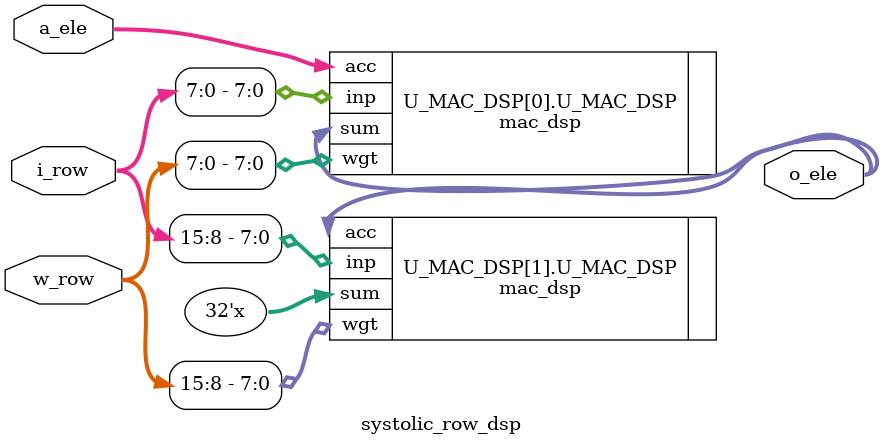
<source format=v>
module systolic_col_lut #(
  parameter INP_WIDTH = 8
          , WGT_WIDTH = 8
          , ACC_WIDTH = 32
          , INP_DEPTH = 16
          , WGT_DEPTH = 16*16
          , ACC_DEPTH = 16
          , I_T_WIDTH = INP_WIDTH * INP_DEPTH
          , W_T_WIDTH = WGT_WIDTH * WGT_DEPTH
          , A_T_WIDTH = ACC_WIDTH * ACC_DEPTH
          , BLOCK_IN  = 16
)(
  input wire  [I_T_WIDTH-1:0] i_row,
  input wire  [W_T_WIDTH-1:0] w_row,
  input wire  [ACC_WIDTH-1:0] a_ele,
  output wire [ACC_WIDTH-1:0] o_ele
);

genvar i;
generate
  for(i=0; i<BLOCK_IN; i=i+1) begin : U_MAC_LUT
    mac_lut U_MAC_LUT (
      .inp(i_row[i*INP_WIDTH +: INP_WIDTH]),
      .wgt(w_row[i*WGT_WIDTH +: WGT_WIDTH]),
      .acc((i==0) ? a_ele[i*ACC_WIDTH +: ACC_WIDTH] : o_ele[(i-1)*ACC_WIDTH +: ACC_WIDTH]),
      .sum(o_ele[i*ACC_WIDTH +: ACC_WIDTH])
    );
  end
endgenerate

endmodule

//-----------------------------------------------------------------------------

module systolic_row_dsp #(
  parameter INP_WIDTH = 8
          , WGT_WIDTH = 8
          , ACC_WIDTH = 32
          , INP_DEPTH = 16
          , WGT_DEPTH = 16*16
          , ACC_DEPTH = 16
          , I_T_WIDTH = INP_WIDTH * INP_DEPTH
          , W_T_WIDTH = WGT_WIDTH * WGT_DEPTH
          , A_T_WIDTH = ACC_WIDTH * ACC_DEPTH
          , BLOCK_IN  = 16
)(
  input  wire [I_T_WIDTH-1:0] i_row,
  input  wire [W_T_WIDTH-1:0] w_row,
  input  wire [ACC_WIDTH-1:0] a_ele,
  output wire [ACC_WIDTH-1:0] o_ele
);

  genvar i;
  generate
    for(i=0; i<BLOCK_IN; i=i+1) begin : U_MAC_DSP
      mac_dsp U_MAC_DSP (
        .inp(i_row[i*INP_WIDTH +: INP_WIDTH]),
        .wgt(w_row[i*WGT_WIDTH +: WGT_WIDTH]),
        .acc((i==0) ? a_ele[i*ACC_WIDTH +: ACC_WIDTH] : o_ele[(i-1)*ACC_WIDTH +: ACC_WIDTH]),
        .sum(o_ele[i*ACC_WIDTH +: ACC_WIDTH])
      );
    end
  endgenerate
endmodule

</source>
